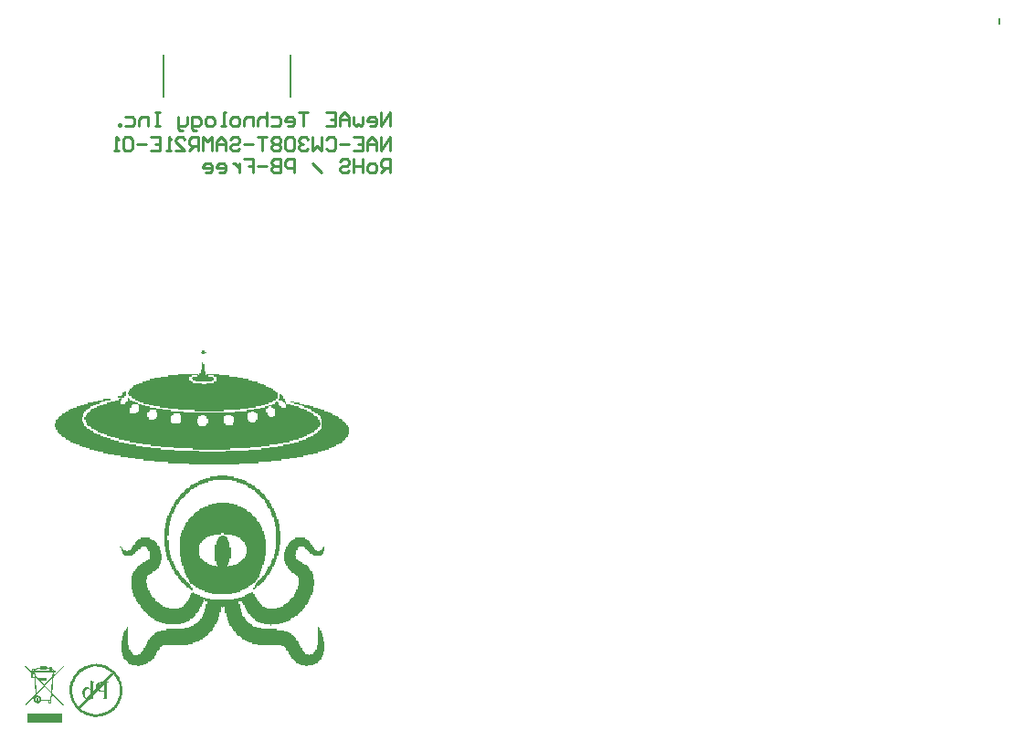
<source format=gbo>
G04 Layer_Color=32896*
%FSLAX25Y25*%
%MOIN*%
G70*
G01*
G75*
%ADD26C,0.01000*%
%ADD46C,0.00787*%
G36*
X139718Y125982D02*
Y125935D01*
Y125843D01*
Y125750D01*
Y125658D01*
Y125565D01*
Y125519D01*
Y125496D01*
Y125126D01*
Y124778D01*
Y124616D01*
Y124501D01*
Y124431D01*
Y124408D01*
Y123992D01*
Y123807D01*
Y123645D01*
Y123506D01*
Y123413D01*
Y123344D01*
Y123321D01*
Y123159D01*
Y123043D01*
Y122950D01*
Y122904D01*
Y122835D01*
X127061D01*
Y122858D01*
Y122904D01*
Y123089D01*
Y123251D01*
Y123298D01*
Y123321D01*
Y123691D01*
Y124038D01*
Y124200D01*
Y124316D01*
Y124385D01*
Y124408D01*
Y124825D01*
Y125010D01*
Y125172D01*
Y125311D01*
Y125403D01*
Y125473D01*
Y125496D01*
Y125658D01*
Y125797D01*
Y125889D01*
Y125935D01*
Y125982D01*
Y126005D01*
X139718D01*
Y125982D01*
D02*
G37*
G36*
X157343Y240560D02*
X155538D01*
Y240109D01*
X154184D01*
Y239658D01*
X153282D01*
Y239207D01*
X151928D01*
Y238755D01*
X151026D01*
Y238304D01*
X150123D01*
Y237853D01*
X149672D01*
Y237402D01*
X149221D01*
Y236950D01*
X148318D01*
Y236499D01*
X147867D01*
Y236048D01*
Y235597D01*
X147416D01*
Y235145D01*
Y234694D01*
Y234243D01*
X146965D01*
Y233792D01*
Y233340D01*
Y232889D01*
X147416D01*
Y232438D01*
Y231987D01*
X147867D01*
Y231535D01*
Y231084D01*
X148318D01*
Y230633D01*
X148769D01*
Y230182D01*
X149672D01*
Y229730D01*
X150123D01*
Y229279D01*
X151026D01*
Y228828D01*
X151477D01*
Y228377D01*
X152380D01*
Y227925D01*
X153733D01*
Y227474D01*
X154636D01*
Y227023D01*
X155990D01*
Y226572D01*
X157343D01*
Y226120D01*
X158697D01*
Y225669D01*
X160502D01*
Y225218D01*
X162307D01*
Y224767D01*
X164112D01*
Y224315D01*
X166820D01*
Y223864D01*
X169076D01*
Y223413D01*
X172234D01*
Y222962D01*
X175845D01*
Y222510D01*
X180808D01*
Y222059D01*
X189833D01*
Y221608D01*
X199309D01*
Y222059D01*
X207883D01*
Y222510D01*
X212396D01*
Y222962D01*
X215554D01*
Y223413D01*
X218262D01*
Y223864D01*
X220518D01*
Y224315D01*
X222774D01*
Y224767D01*
X224579D01*
Y225218D01*
X225933D01*
Y225669D01*
X227287D01*
Y226120D01*
X228641D01*
Y226572D01*
X229543D01*
Y227023D01*
X230446D01*
Y227474D01*
X231348D01*
Y227925D01*
X232251D01*
Y228377D01*
X232702D01*
Y228828D01*
X233153D01*
Y229279D01*
X233604D01*
Y229730D01*
X234056D01*
Y230182D01*
X234507D01*
Y230633D01*
Y231084D01*
Y231535D01*
Y231987D01*
Y232438D01*
Y232889D01*
Y233340D01*
Y233792D01*
X234056D01*
Y234243D01*
Y234694D01*
X233604D01*
Y235145D01*
X233153D01*
Y235597D01*
X232251D01*
Y236048D01*
X231799D01*
Y236499D01*
X230897D01*
Y236950D01*
X230446D01*
Y237402D01*
X229543D01*
Y237853D01*
X228189D01*
Y238304D01*
X227287D01*
Y238755D01*
X225933D01*
Y239207D01*
X224579D01*
Y239658D01*
X223226D01*
Y240109D01*
X224579D01*
Y239658D01*
X226384D01*
Y239207D01*
X228189D01*
Y238755D01*
X229994D01*
Y238304D01*
X231348D01*
Y237853D01*
X233153D01*
Y237402D01*
X234056D01*
Y236950D01*
X235409D01*
Y236499D01*
X236763D01*
Y236048D01*
X237666D01*
Y235597D01*
X238568D01*
Y235145D01*
X239471D01*
Y234694D01*
X240373D01*
Y234243D01*
X240824D01*
Y233792D01*
X241727D01*
Y233340D01*
X242178D01*
Y232889D01*
X242629D01*
Y232438D01*
X243081D01*
Y231987D01*
X243532D01*
Y231535D01*
X243983D01*
Y231084D01*
Y230633D01*
X244434D01*
Y230182D01*
Y229730D01*
Y229279D01*
Y228828D01*
Y228377D01*
Y227925D01*
X243983D01*
Y227474D01*
Y227023D01*
X243532D01*
Y226572D01*
X243081D01*
Y226120D01*
X242629D01*
Y225669D01*
X242178D01*
Y225218D01*
X241727D01*
Y224767D01*
X240824D01*
Y224315D01*
X239922D01*
Y223864D01*
X239019D01*
Y223413D01*
X238117D01*
Y222962D01*
X237214D01*
Y222510D01*
X235861D01*
Y222059D01*
X234507D01*
Y221608D01*
X233153D01*
Y221157D01*
X231348D01*
Y220705D01*
X229543D01*
Y220254D01*
X227738D01*
Y219803D01*
X225482D01*
Y219352D01*
X222774D01*
Y218900D01*
X219616D01*
Y218449D01*
X216006D01*
Y217998D01*
X211493D01*
Y217547D01*
X204273D01*
Y217095D01*
X186223D01*
Y217547D01*
X178552D01*
Y217998D01*
X173588D01*
Y218449D01*
X169527D01*
Y218900D01*
X166368D01*
Y219352D01*
X163661D01*
Y219803D01*
X160953D01*
Y220254D01*
X158697D01*
Y220705D01*
X156441D01*
Y221157D01*
X154636D01*
Y221608D01*
X152831D01*
Y222059D01*
X151477D01*
Y222510D01*
X149672D01*
Y222962D01*
X148318D01*
Y223413D01*
X146965D01*
Y223864D01*
X146062D01*
Y224315D01*
X144708D01*
Y224767D01*
X143806D01*
Y225218D01*
X142903D01*
Y225669D01*
X142001D01*
Y226120D01*
X141098D01*
Y226572D01*
X140647D01*
Y227023D01*
X139744D01*
Y227474D01*
X139293D01*
Y227925D01*
X138842D01*
Y228377D01*
X138391D01*
Y228828D01*
X137940D01*
Y229279D01*
Y229730D01*
X137488D01*
Y230182D01*
Y230633D01*
X137037D01*
Y231084D01*
Y231535D01*
Y231987D01*
X137488D01*
Y232438D01*
Y232889D01*
Y233340D01*
X137940D01*
Y233792D01*
X138391D01*
Y234243D01*
X138842D01*
Y234694D01*
X139293D01*
Y235145D01*
X139744D01*
Y235597D01*
X140647D01*
Y236048D01*
X141098D01*
Y236499D01*
X142001D01*
Y236950D01*
X142903D01*
Y237402D01*
X143806D01*
Y237853D01*
X145159D01*
Y238304D01*
X146513D01*
Y238755D01*
X147867D01*
Y239207D01*
X149221D01*
Y239658D01*
X151026D01*
Y240109D01*
X152831D01*
Y240560D01*
X154636D01*
Y241012D01*
X157343D01*
Y240560D01*
D02*
G37*
G36*
X163209Y243268D02*
Y242817D01*
Y242365D01*
Y241914D01*
X162307D01*
Y241463D01*
X161405D01*
Y241012D01*
Y240560D01*
X160953D01*
Y240109D01*
Y239658D01*
Y239207D01*
X162758D01*
Y239658D01*
X163209D01*
Y240109D01*
X163661D01*
Y240560D01*
Y241012D01*
Y241463D01*
X164112D01*
Y241012D01*
X164563D01*
Y240560D01*
X165466D01*
Y240109D01*
X166368D01*
Y239658D01*
X167271D01*
Y239207D01*
X168624D01*
Y238755D01*
X169978D01*
Y238304D01*
X171783D01*
Y237853D01*
X174039D01*
Y237402D01*
X176296D01*
Y236950D01*
X179454D01*
Y236499D01*
X183967D01*
Y236048D01*
X202919D01*
Y236499D01*
X206981D01*
Y236950D01*
X209688D01*
Y237402D01*
X211944D01*
Y237853D01*
X213749D01*
Y238304D01*
X215103D01*
Y237853D01*
X214652D01*
Y237402D01*
X214201D01*
Y236950D01*
Y236499D01*
Y236048D01*
X214652D01*
Y235597D01*
Y235145D01*
X215103D01*
Y234694D01*
X215554D01*
Y234243D01*
X216908D01*
Y234694D01*
X217359D01*
Y235145D01*
Y235597D01*
Y236048D01*
Y236499D01*
Y236950D01*
Y237402D01*
X216908D01*
Y237853D01*
X216006D01*
Y238304D01*
X215103D01*
Y238755D01*
X216457D01*
Y239207D01*
X217359D01*
Y239658D01*
X217811D01*
Y240109D01*
X218262D01*
Y239658D01*
X218713D01*
Y239207D01*
Y238755D01*
X219164D01*
Y238304D01*
X219616D01*
Y237853D01*
X221421D01*
Y238304D01*
Y238755D01*
Y239207D01*
X220969D01*
Y239658D01*
X220518D01*
Y240109D01*
X220067D01*
Y240560D01*
X218713D01*
Y241012D01*
X219164D01*
Y241463D01*
Y241914D01*
Y242365D01*
Y242817D01*
X219616D01*
Y242365D01*
X220067D01*
Y241914D01*
X220518D01*
Y241463D01*
Y241012D01*
X220969D01*
Y240560D01*
Y240109D01*
X221421D01*
Y239658D01*
Y239207D01*
X223226D01*
Y238755D01*
X224579D01*
Y238304D01*
X225933D01*
Y237853D01*
X226836D01*
Y237402D01*
X228189D01*
Y236950D01*
X229092D01*
Y236499D01*
X229994D01*
Y236048D01*
X230897D01*
Y235597D01*
X231348D01*
Y235145D01*
X231799D01*
Y234694D01*
X232702D01*
Y234243D01*
X233153D01*
Y233792D01*
Y233340D01*
X233604D01*
Y232889D01*
Y232438D01*
X234056D01*
Y231987D01*
Y231535D01*
X233604D01*
Y231084D01*
Y230633D01*
X233153D01*
Y230182D01*
X232702D01*
Y229730D01*
X232251D01*
Y229279D01*
X231799D01*
Y228828D01*
X230897D01*
Y228377D01*
X229994D01*
Y227925D01*
X229092D01*
Y227474D01*
X228189D01*
Y227023D01*
X227287D01*
Y226572D01*
X225933D01*
Y226120D01*
X224128D01*
Y225669D01*
X222774D01*
Y225218D01*
X220518D01*
Y224767D01*
X218262D01*
Y224315D01*
X215554D01*
Y223864D01*
X212396D01*
Y223413D01*
X208334D01*
Y222962D01*
X201114D01*
Y222510D01*
X187577D01*
Y222962D01*
X180357D01*
Y223413D01*
X175845D01*
Y223864D01*
X172234D01*
Y224315D01*
X169076D01*
Y224767D01*
X166820D01*
Y225218D01*
X164563D01*
Y225669D01*
X162307D01*
Y226120D01*
X160502D01*
Y226572D01*
X159148D01*
Y227023D01*
X157343D01*
Y227474D01*
X155990D01*
Y227925D01*
X155087D01*
Y228377D01*
X153733D01*
Y228828D01*
X152831D01*
Y229279D01*
X151928D01*
Y229730D01*
X151477D01*
Y230182D01*
X150575D01*
Y230633D01*
X150123D01*
Y231084D01*
X149221D01*
Y231535D01*
X148769D01*
Y231987D01*
Y232438D01*
X148318D01*
Y232889D01*
Y233340D01*
X147867D01*
Y233792D01*
Y234243D01*
X148318D01*
Y234694D01*
Y235145D01*
X148769D01*
Y235597D01*
X149221D01*
Y236048D01*
X149672D01*
Y236499D01*
X150123D01*
Y236950D01*
X150575D01*
Y237402D01*
X151477D01*
Y237853D01*
X152380D01*
Y238304D01*
X153282D01*
Y238755D01*
X154636D01*
Y239207D01*
X155990D01*
Y239658D01*
X157343D01*
Y240109D01*
X159148D01*
Y240560D01*
X160502D01*
Y241012D01*
X160953D01*
Y241463D01*
X160051D01*
Y241914D01*
X161405D01*
Y242365D01*
X161856D01*
Y242817D01*
Y243268D01*
X162307D01*
Y243719D01*
X163209D01*
Y243268D01*
D02*
G37*
G36*
X200079Y212565D02*
X202552D01*
Y212153D01*
X204201D01*
Y211741D01*
X205438D01*
Y211329D01*
X206262D01*
Y210916D01*
X207087D01*
Y210504D01*
X207911D01*
Y210092D01*
X208735D01*
Y209680D01*
X209148D01*
Y209268D01*
X209972D01*
Y208855D01*
X210384D01*
Y208443D01*
X210797D01*
Y208031D01*
X211621D01*
Y207619D01*
X212033D01*
Y207207D01*
X212445D01*
Y206794D01*
X212858D01*
Y206382D01*
X213270D01*
Y205970D01*
X213682D01*
Y205558D01*
X214094D01*
Y205145D01*
Y204733D01*
X214507D01*
Y204321D01*
X214919D01*
Y203909D01*
X215331D01*
Y203497D01*
Y203084D01*
X215743D01*
Y202672D01*
X216155D01*
Y202260D01*
Y201848D01*
X216568D01*
Y201435D01*
Y201023D01*
X216980D01*
Y200611D01*
Y200199D01*
X217392D01*
Y199787D01*
Y199374D01*
X217804D01*
Y198962D01*
Y198550D01*
Y198138D01*
X218216D01*
Y197725D01*
Y197313D01*
Y196901D01*
X218629D01*
Y196489D01*
Y196077D01*
Y195664D01*
Y195252D01*
X219041D01*
Y194840D01*
Y194428D01*
Y194016D01*
Y193603D01*
Y193191D01*
Y192779D01*
X219453D01*
Y192367D01*
Y191955D01*
Y191542D01*
Y191130D01*
Y190718D01*
Y190306D01*
Y189893D01*
Y189481D01*
Y189069D01*
Y188657D01*
Y188244D01*
Y187832D01*
X219041D01*
Y187420D01*
Y187008D01*
Y186596D01*
Y186183D01*
Y185771D01*
Y185359D01*
X218629D01*
Y184947D01*
Y184535D01*
Y184122D01*
Y183710D01*
X218216D01*
Y183298D01*
Y182886D01*
Y182474D01*
X217804D01*
Y182061D01*
Y181649D01*
Y181237D01*
X217392D01*
Y180825D01*
Y180412D01*
X216980D01*
Y180000D01*
Y179588D01*
X216568D01*
Y179176D01*
Y178763D01*
X216155D01*
Y178351D01*
Y177939D01*
X215743D01*
Y177527D01*
X215331D01*
Y177115D01*
Y176702D01*
X214919D01*
Y176290D01*
X214507D01*
Y175878D01*
X214094D01*
Y175466D01*
Y175054D01*
X213682D01*
Y174641D01*
X213270D01*
Y174229D01*
X212858D01*
Y173817D01*
X212445D01*
Y173405D01*
X212033D01*
Y172993D01*
X211621D01*
Y172580D01*
X210797D01*
Y172168D01*
X210384D01*
Y171756D01*
X209972D01*
Y171344D01*
X209560D01*
Y171756D01*
Y172168D01*
X209972D01*
Y172580D01*
Y172993D01*
X210384D01*
Y173405D01*
Y173817D01*
X210797D01*
Y174229D01*
X211209D01*
Y174641D01*
X211621D01*
Y175054D01*
X212033D01*
Y175466D01*
X212445D01*
Y175878D01*
X212858D01*
Y176290D01*
X213270D01*
Y176702D01*
X213682D01*
Y177115D01*
Y177527D01*
X214094D01*
Y177939D01*
X214507D01*
Y178351D01*
Y178763D01*
X214919D01*
Y179176D01*
Y179588D01*
X215331D01*
Y180000D01*
X215743D01*
Y180412D01*
Y180825D01*
X216155D01*
Y181237D01*
Y181649D01*
Y182061D01*
X216568D01*
Y182474D01*
Y182886D01*
X216980D01*
Y183298D01*
Y183710D01*
Y184122D01*
Y184535D01*
X217392D01*
Y184947D01*
Y185359D01*
Y185771D01*
Y186183D01*
X217804D01*
Y186596D01*
Y187008D01*
Y187420D01*
Y187832D01*
Y188244D01*
Y188657D01*
Y189069D01*
Y189481D01*
Y189893D01*
Y190306D01*
Y190718D01*
Y191130D01*
Y191542D01*
Y191955D01*
Y192367D01*
Y192779D01*
Y193191D01*
Y193603D01*
Y194016D01*
Y194428D01*
X217392D01*
Y194840D01*
Y195252D01*
Y195664D01*
Y196077D01*
X216980D01*
Y196489D01*
Y196901D01*
Y197313D01*
Y197725D01*
X216568D01*
Y198138D01*
Y198550D01*
X216155D01*
Y198962D01*
Y199374D01*
Y199787D01*
X215743D01*
Y200199D01*
Y200611D01*
X215331D01*
Y201023D01*
X214919D01*
Y201435D01*
Y201848D01*
X214507D01*
Y202260D01*
Y202672D01*
X214094D01*
Y203084D01*
X213682D01*
Y203497D01*
Y203909D01*
X213270D01*
Y204321D01*
X212858D01*
Y204733D01*
X212445D01*
Y205145D01*
X212033D01*
Y205558D01*
X211621D01*
Y205970D01*
X211209D01*
Y206382D01*
X210797D01*
Y206794D01*
X210384D01*
Y207207D01*
X209972D01*
Y207619D01*
X209148D01*
Y208031D01*
X208735D01*
Y208443D01*
X207911D01*
Y208855D01*
X207499D01*
Y209268D01*
X206674D01*
Y209680D01*
X205850D01*
Y210092D01*
X204613D01*
Y210504D01*
X203377D01*
Y210916D01*
X201728D01*
Y211329D01*
X194720D01*
Y210916D01*
X193071D01*
Y210504D01*
X191835D01*
Y210092D01*
X190598D01*
Y209680D01*
X189773D01*
Y209268D01*
X188949D01*
Y208855D01*
X188125D01*
Y208443D01*
X187712D01*
Y208031D01*
X186888D01*
Y207619D01*
X186476D01*
Y207207D01*
X186064D01*
Y206794D01*
X185651D01*
Y206382D01*
X185239D01*
Y205970D01*
X184827D01*
Y205558D01*
X184415D01*
Y205145D01*
X184002D01*
Y204733D01*
X183590D01*
Y204321D01*
X183178D01*
Y203909D01*
X182766D01*
Y203497D01*
X182354D01*
Y203084D01*
Y202672D01*
X181941D01*
Y202260D01*
X181529D01*
Y201848D01*
Y201435D01*
X181117D01*
Y201023D01*
Y200611D01*
X180705D01*
Y200199D01*
Y199787D01*
X180292D01*
Y199374D01*
Y198962D01*
X179880D01*
Y198550D01*
Y198138D01*
Y197725D01*
X179468D01*
Y197313D01*
Y196901D01*
Y196489D01*
X179056D01*
Y196077D01*
Y195664D01*
Y195252D01*
Y194840D01*
X178644D01*
Y194428D01*
Y194016D01*
Y193603D01*
Y193191D01*
Y192779D01*
Y192367D01*
Y191955D01*
Y191542D01*
Y191130D01*
X178231D01*
Y190718D01*
Y190306D01*
Y189893D01*
Y189481D01*
X178644D01*
Y189069D01*
Y188657D01*
Y188244D01*
Y187832D01*
Y187420D01*
Y187008D01*
Y186596D01*
Y186183D01*
Y185771D01*
X179056D01*
Y185359D01*
Y184947D01*
Y184535D01*
Y184122D01*
X179468D01*
Y183710D01*
Y183298D01*
Y182886D01*
X179880D01*
Y182474D01*
Y182061D01*
Y181649D01*
X180292D01*
Y181237D01*
Y180825D01*
X180705D01*
Y180412D01*
Y180000D01*
X181117D01*
Y179588D01*
Y179176D01*
X181529D01*
Y178763D01*
Y178351D01*
X181941D01*
Y177939D01*
X182354D01*
Y177527D01*
X182766D01*
Y177115D01*
Y176702D01*
X183178D01*
Y176290D01*
X183590D01*
Y175878D01*
X184002D01*
Y175466D01*
X184415D01*
Y175054D01*
X184827D01*
Y174641D01*
X185239D01*
Y174229D01*
X185651D01*
Y173817D01*
X186064D01*
Y173405D01*
X186476D01*
Y172993D01*
Y172580D01*
X186888D01*
Y172168D01*
X187300D01*
Y171756D01*
Y171344D01*
Y170931D01*
X186888D01*
Y171344D01*
X186476D01*
Y171756D01*
X186064D01*
Y172168D01*
X185239D01*
Y172580D01*
X184827D01*
Y172993D01*
X184415D01*
Y173405D01*
X184002D01*
Y173817D01*
X183590D01*
Y174229D01*
X183178D01*
Y174641D01*
X182766D01*
Y175054D01*
X182354D01*
Y175466D01*
X181941D01*
Y175878D01*
Y176290D01*
X181529D01*
Y176702D01*
X181117D01*
Y177115D01*
X180705D01*
Y177527D01*
Y177939D01*
X180292D01*
Y178351D01*
Y178763D01*
X179880D01*
Y179176D01*
Y179588D01*
X179468D01*
Y180000D01*
Y180412D01*
X179056D01*
Y180825D01*
Y181237D01*
X178644D01*
Y181649D01*
Y182061D01*
X178231D01*
Y182474D01*
Y182886D01*
Y183298D01*
X177819D01*
Y183710D01*
Y184122D01*
Y184535D01*
Y184947D01*
X177407D01*
Y185359D01*
Y185771D01*
Y186183D01*
Y186596D01*
Y187008D01*
X176995D01*
Y187420D01*
Y187832D01*
Y188244D01*
Y188657D01*
Y189069D01*
Y189481D01*
Y189893D01*
Y190306D01*
Y190718D01*
Y191130D01*
Y191542D01*
Y191955D01*
Y192367D01*
Y192779D01*
Y193191D01*
Y193603D01*
X177407D01*
Y194016D01*
Y194428D01*
Y194840D01*
Y195252D01*
Y195664D01*
X177819D01*
Y196077D01*
Y196489D01*
Y196901D01*
Y197313D01*
X178231D01*
Y197725D01*
Y198138D01*
Y198550D01*
X178644D01*
Y198962D01*
Y199374D01*
X179056D01*
Y199787D01*
Y200199D01*
X179468D01*
Y200611D01*
Y201023D01*
X179880D01*
Y201435D01*
Y201848D01*
X180292D01*
Y202260D01*
Y202672D01*
X180705D01*
Y203084D01*
Y203497D01*
X181117D01*
Y203909D01*
X181529D01*
Y204321D01*
X181941D01*
Y204733D01*
Y205145D01*
X182354D01*
Y205558D01*
X182766D01*
Y205970D01*
X183178D01*
Y206382D01*
X183590D01*
Y206794D01*
X184002D01*
Y207207D01*
X184415D01*
Y207619D01*
X184827D01*
Y208031D01*
X185239D01*
Y208443D01*
X186064D01*
Y208855D01*
X186476D01*
Y209268D01*
X186888D01*
Y209680D01*
X187712D01*
Y210092D01*
X188537D01*
Y210504D01*
X189361D01*
Y210916D01*
X190186D01*
Y211329D01*
X191010D01*
Y211741D01*
X192247D01*
Y212153D01*
X193896D01*
Y212565D01*
X196369D01*
Y212978D01*
X200079D01*
Y212565D01*
D02*
G37*
G36*
X140551Y143545D02*
X136641Y139472D01*
X136525Y138362D01*
X136270Y135701D01*
X136085Y133780D01*
X140273Y129453D01*
X139996Y129175D01*
X136039Y133224D01*
X135808Y130748D01*
X135692D01*
Y129800D01*
X134812D01*
Y130748D01*
X132082D01*
X131989Y130563D01*
X131851Y130378D01*
X131665Y130170D01*
X131411Y129985D01*
X131110Y129892D01*
X130832Y129869D01*
X130555D01*
X130346Y129939D01*
X130092Y130031D01*
X129884Y130170D01*
X129722Y130332D01*
X129560Y130563D01*
X129444Y130818D01*
X129375Y131049D01*
X129351Y131258D01*
X129375Y131489D01*
X129421Y131674D01*
X129490Y131859D01*
X129583Y132044D01*
X129699Y132206D01*
X129860Y132368D01*
X130046Y132484D01*
X130208Y132553D01*
X130184Y132762D01*
X126714Y129175D01*
X126436Y129476D01*
X130138Y133317D01*
X129837Y136672D01*
X129629Y139102D01*
X128518D01*
Y140652D01*
X128819D01*
X125996Y143545D01*
X126297Y143823D01*
X128935Y141092D01*
Y141300D01*
X128889Y141347D01*
X128819Y141393D01*
X128750Y141462D01*
X128680Y141532D01*
X128634Y141648D01*
X128611Y141740D01*
X128588Y141856D01*
X128611Y141995D01*
X128657Y142087D01*
X128750Y142249D01*
X128866Y142342D01*
X129027Y142411D01*
X129189Y142434D01*
X129351Y142411D01*
X129490Y142365D01*
X129606Y142295D01*
X129652Y142226D01*
X129768Y142318D01*
X129930Y142434D01*
X130138Y142527D01*
X130439Y142642D01*
X130763Y142735D01*
X131087Y142805D01*
X131434Y142874D01*
X131712Y142897D01*
Y143244D01*
X133933D01*
Y142943D01*
X134118D01*
X134396Y142920D01*
X134697Y142874D01*
X134998Y142828D01*
Y143013D01*
X135946D01*
Y142573D01*
X136062Y142504D01*
X136224Y142434D01*
X136386Y142342D01*
X136525Y142249D01*
X136664Y142133D01*
X136756Y142041D01*
X136802Y141971D01*
X136849Y141879D01*
X136826Y141717D01*
X137381D01*
Y140999D01*
X136779D01*
X136687Y140097D01*
X140273Y143823D01*
X140551Y143545D01*
D02*
G37*
G36*
X228522Y189893D02*
X228934D01*
Y189481D01*
X229759D01*
Y189069D01*
X230171D01*
Y188657D01*
Y188244D01*
X230583D01*
Y187832D01*
X230995D01*
Y187420D01*
Y187008D01*
X231407D01*
Y186596D01*
X231820D01*
Y186183D01*
X232232D01*
Y185771D01*
X232644D01*
Y185359D01*
X233881D01*
Y185771D01*
X234293D01*
Y186183D01*
X234705D01*
Y186596D01*
X235117D01*
Y187008D01*
X235530D01*
Y186596D01*
Y186183D01*
Y185771D01*
Y185359D01*
X235117D01*
Y184947D01*
Y184535D01*
X234705D01*
Y184122D01*
X234293D01*
Y183710D01*
X231407D01*
Y184122D01*
X230995D01*
Y184535D01*
X230171D01*
Y184947D01*
X229759D01*
Y185359D01*
X229346D01*
Y185771D01*
X228934D01*
Y186183D01*
X228522D01*
Y186596D01*
X228110D01*
Y187008D01*
X226049D01*
Y186596D01*
X225636D01*
Y186183D01*
Y185771D01*
X225224D01*
Y185359D01*
Y184947D01*
Y184535D01*
Y184122D01*
X224812D01*
Y183710D01*
X225224D01*
Y183298D01*
Y182886D01*
Y182474D01*
X225636D01*
Y182061D01*
X226049D01*
Y181649D01*
X226873D01*
Y181237D01*
X227285D01*
Y180825D01*
X228110D01*
Y180412D01*
X228934D01*
Y180000D01*
X229346D01*
Y179588D01*
X229759D01*
Y179176D01*
X230171D01*
Y178763D01*
Y178351D01*
X230583D01*
Y177939D01*
X230995D01*
Y177527D01*
Y177115D01*
X231407D01*
Y176702D01*
Y176290D01*
Y175878D01*
Y175466D01*
Y175054D01*
X231820D01*
Y174641D01*
Y174229D01*
Y173817D01*
Y173405D01*
Y172993D01*
Y172580D01*
X231407D01*
Y172168D01*
Y171756D01*
Y171344D01*
Y170931D01*
Y170519D01*
X230995D01*
Y170107D01*
Y169695D01*
Y169282D01*
X230583D01*
Y168870D01*
Y168458D01*
X230171D01*
Y168046D01*
Y167634D01*
X229759D01*
Y167221D01*
Y166809D01*
X229346D01*
Y166397D01*
Y165985D01*
X228934D01*
Y165573D01*
X228522D01*
Y165160D01*
Y164748D01*
X228110D01*
Y164336D01*
X227697D01*
Y163924D01*
X227285D01*
Y163512D01*
X226873D01*
Y163099D01*
X226461D01*
Y162687D01*
X226049D01*
Y162275D01*
X225636D01*
Y161863D01*
X224812D01*
Y161450D01*
X224400D01*
Y161038D01*
X223575D01*
Y160626D01*
X223163D01*
Y160214D01*
X222339D01*
Y159801D01*
X221514D01*
Y159389D01*
X220278D01*
Y158977D01*
X219041D01*
Y158565D01*
X216155D01*
Y158153D01*
X215743D01*
Y158565D01*
X213270D01*
Y158977D01*
X212033D01*
Y159389D01*
X211209D01*
Y159801D01*
X210384D01*
Y160214D01*
X209972D01*
Y160626D01*
X209560D01*
Y161038D01*
X209148D01*
Y161450D01*
X208735D01*
Y161863D01*
X208323D01*
Y162275D01*
X207911D01*
Y162687D01*
X207499D01*
Y163099D01*
Y163512D01*
X207087D01*
Y163924D01*
X206674D01*
Y164336D01*
Y164748D01*
X206262D01*
Y165160D01*
Y165573D01*
X205850D01*
Y165985D01*
Y166397D01*
X205438D01*
Y166809D01*
Y167221D01*
X204201D01*
Y166809D01*
Y166397D01*
Y165985D01*
X204613D01*
Y165573D01*
Y165160D01*
Y164748D01*
Y164336D01*
X205026D01*
Y163924D01*
Y163512D01*
Y163099D01*
X205438D01*
Y162687D01*
Y162275D01*
Y161863D01*
X205850D01*
Y161450D01*
X206262D01*
Y161038D01*
Y160626D01*
X206674D01*
Y160214D01*
X207087D01*
Y159801D01*
X207499D01*
Y159389D01*
X207911D01*
Y158977D01*
X208323D01*
Y158565D01*
X209148D01*
Y158153D01*
X209560D01*
Y157740D01*
X210797D01*
Y157328D01*
X212445D01*
Y156916D01*
X218216D01*
Y156504D01*
X220690D01*
Y156092D01*
X221926D01*
Y155679D01*
X222751D01*
Y155267D01*
X223575D01*
Y154855D01*
X223988D01*
Y154443D01*
X224400D01*
Y154031D01*
X224812D01*
Y153618D01*
X225224D01*
Y153206D01*
Y152794D01*
X225636D01*
Y152382D01*
X226049D01*
Y151969D01*
Y151557D01*
X226461D01*
Y151145D01*
Y150733D01*
X226873D01*
Y150320D01*
Y149908D01*
X227285D01*
Y149496D01*
Y149084D01*
X227697D01*
Y148672D01*
X228110D01*
Y148259D01*
X228522D01*
Y147847D01*
X229759D01*
Y147435D01*
X230171D01*
Y147847D01*
X231407D01*
Y148259D01*
X231820D01*
Y148672D01*
X232232D01*
Y149084D01*
Y149496D01*
X232644D01*
Y149908D01*
Y150320D01*
Y150733D01*
Y151145D01*
X233056D01*
Y151557D01*
Y151969D01*
Y152382D01*
Y152794D01*
Y153206D01*
Y153618D01*
Y154031D01*
Y154443D01*
Y154855D01*
Y155267D01*
Y155679D01*
Y156092D01*
Y156504D01*
Y156916D01*
Y157328D01*
Y157740D01*
X233469D01*
Y157328D01*
X233881D01*
Y156916D01*
Y156504D01*
X234293D01*
Y156092D01*
Y155679D01*
Y155267D01*
X234705D01*
Y154855D01*
Y154443D01*
Y154031D01*
X235117D01*
Y153618D01*
Y153206D01*
Y152794D01*
Y152382D01*
X235530D01*
Y151969D01*
Y151557D01*
Y151145D01*
Y150733D01*
Y150320D01*
Y149908D01*
Y149496D01*
Y149084D01*
Y148672D01*
X235117D01*
Y148259D01*
Y147847D01*
Y147435D01*
X234705D01*
Y147023D01*
Y146611D01*
X234293D01*
Y146198D01*
Y145786D01*
X233881D01*
Y145374D01*
X233469D01*
Y144962D01*
X233056D01*
Y144550D01*
X232232D01*
Y144137D01*
X231407D01*
Y143725D01*
X229346D01*
Y143313D01*
X228522D01*
Y143725D01*
X226873D01*
Y144137D01*
X226049D01*
Y144550D01*
X225224D01*
Y144962D01*
X224812D01*
Y145374D01*
X224400D01*
Y145786D01*
X223988D01*
Y146198D01*
X223575D01*
Y146611D01*
X223163D01*
Y147023D01*
Y147435D01*
X222751D01*
Y147847D01*
X222339D01*
Y148259D01*
Y148672D01*
X221926D01*
Y149084D01*
X221514D01*
Y149496D01*
Y149908D01*
X221102D01*
Y150320D01*
X220690D01*
Y150733D01*
X219865D01*
Y151145D01*
X211209D01*
Y151557D01*
X209148D01*
Y151969D01*
X207911D01*
Y152382D01*
X207087D01*
Y152794D01*
X206262D01*
Y153206D01*
X205438D01*
Y153618D01*
X205026D01*
Y154031D01*
X204613D01*
Y154443D01*
X203789D01*
Y154855D01*
X203377D01*
Y155267D01*
X202964D01*
Y155679D01*
Y156092D01*
X202552D01*
Y156504D01*
X202140D01*
Y156916D01*
X201728D01*
Y157328D01*
Y157740D01*
X201316D01*
Y158153D01*
X200903D01*
Y158565D01*
Y158977D01*
X200491D01*
Y159389D01*
Y159801D01*
Y160214D01*
X200079D01*
Y160626D01*
Y161038D01*
Y161450D01*
X199667D01*
Y161863D01*
Y162275D01*
Y162687D01*
X199255D01*
Y163099D01*
Y163512D01*
Y163924D01*
Y164336D01*
Y164748D01*
Y165160D01*
X198430D01*
Y164748D01*
X198018D01*
Y165160D01*
X197606D01*
Y164748D01*
Y164336D01*
Y163924D01*
Y163512D01*
Y163099D01*
X197193D01*
Y162687D01*
Y162275D01*
Y161863D01*
Y161450D01*
X196781D01*
Y161038D01*
Y160626D01*
Y160214D01*
X196369D01*
Y159801D01*
Y159389D01*
X195957D01*
Y158977D01*
Y158565D01*
X195545D01*
Y158153D01*
Y157740D01*
X195132D01*
Y157328D01*
X194720D01*
Y156916D01*
Y156504D01*
X194308D01*
Y156092D01*
X193896D01*
Y155679D01*
X193483D01*
Y155267D01*
X193071D01*
Y154855D01*
X192659D01*
Y154443D01*
X192247D01*
Y154031D01*
X191835D01*
Y153618D01*
X191010D01*
Y153206D01*
X190186D01*
Y152794D01*
X189773D01*
Y152382D01*
X188537D01*
Y151969D01*
X187300D01*
Y151557D01*
X185651D01*
Y151145D01*
X176583D01*
Y150733D01*
X176170D01*
Y150320D01*
X175346D01*
Y149908D01*
Y149496D01*
X174934D01*
Y149084D01*
X174521D01*
Y148672D01*
Y148259D01*
X174109D01*
Y147847D01*
Y147435D01*
X173697D01*
Y147023D01*
X173285D01*
Y146611D01*
Y146198D01*
X172873D01*
Y145786D01*
X172460D01*
Y145374D01*
X172048D01*
Y144962D01*
X171224D01*
Y144550D01*
X170399D01*
Y144137D01*
X169575D01*
Y143725D01*
X167926D01*
Y143313D01*
X167102D01*
Y143725D01*
X165040D01*
Y144137D01*
X164216D01*
Y144550D01*
X163804D01*
Y144962D01*
X163392D01*
Y145374D01*
X162979D01*
Y145786D01*
X162567D01*
Y146198D01*
X162155D01*
Y146611D01*
Y147023D01*
X161743D01*
Y147435D01*
Y147847D01*
Y148259D01*
X161330D01*
Y148672D01*
Y149084D01*
Y149496D01*
Y149908D01*
Y150320D01*
Y150733D01*
Y151145D01*
Y151557D01*
Y151969D01*
Y152382D01*
Y152794D01*
X161743D01*
Y153206D01*
Y153618D01*
Y154031D01*
Y154443D01*
X162155D01*
Y154855D01*
Y155267D01*
Y155679D01*
X162567D01*
Y156092D01*
Y156504D01*
X162979D01*
Y156916D01*
X163392D01*
Y157328D01*
Y157740D01*
X163804D01*
Y157328D01*
Y156916D01*
Y156504D01*
Y156092D01*
Y155679D01*
Y155267D01*
Y154855D01*
Y154443D01*
Y154031D01*
Y153618D01*
Y153206D01*
Y152794D01*
Y152382D01*
Y151969D01*
Y151557D01*
Y151145D01*
X164216D01*
Y150733D01*
Y150320D01*
Y149908D01*
Y149496D01*
X164628D01*
Y149084D01*
Y148672D01*
X165040D01*
Y148259D01*
X165453D01*
Y147847D01*
X165865D01*
Y147435D01*
X167514D01*
Y147847D01*
X168338D01*
Y148259D01*
X168750D01*
Y148672D01*
X169163D01*
Y149084D01*
X169575D01*
Y149496D01*
Y149908D01*
X169987D01*
Y150320D01*
Y150733D01*
X170399D01*
Y151145D01*
Y151557D01*
X170811D01*
Y151969D01*
Y152382D01*
X171224D01*
Y152794D01*
Y153206D01*
X171636D01*
Y153618D01*
X172048D01*
Y154031D01*
X172460D01*
Y154443D01*
X172873D01*
Y154855D01*
X173285D01*
Y155267D01*
X173697D01*
Y155679D01*
X174521D01*
Y156092D01*
X175758D01*
Y156504D01*
X177819D01*
Y156916D01*
X184415D01*
Y157328D01*
X186064D01*
Y157740D01*
X186888D01*
Y158153D01*
X187712D01*
Y158565D01*
X188537D01*
Y158977D01*
X188949D01*
Y159389D01*
X189361D01*
Y159801D01*
X189773D01*
Y160214D01*
X190186D01*
Y160626D01*
X190598D01*
Y161038D01*
Y161450D01*
X191010D01*
Y161863D01*
Y162275D01*
X191422D01*
Y162687D01*
Y163099D01*
X191835D01*
Y163512D01*
Y163924D01*
Y164336D01*
X192247D01*
Y164748D01*
Y165160D01*
Y165573D01*
Y165985D01*
X192659D01*
Y166397D01*
Y166809D01*
Y167221D01*
X191835D01*
Y167634D01*
X191422D01*
Y167221D01*
Y166809D01*
X191010D01*
Y166397D01*
Y165985D01*
X190598D01*
Y165573D01*
Y165160D01*
X190186D01*
Y164748D01*
Y164336D01*
X189773D01*
Y163924D01*
Y163512D01*
X189361D01*
Y163099D01*
X188949D01*
Y162687D01*
X188537D01*
Y162275D01*
Y161863D01*
X188125D01*
Y161450D01*
X187712D01*
Y161038D01*
X187300D01*
Y160626D01*
X186476D01*
Y160214D01*
X186064D01*
Y159801D01*
X185239D01*
Y159389D01*
X184415D01*
Y158977D01*
X183178D01*
Y158565D01*
X177407D01*
Y158977D01*
X176170D01*
Y159389D01*
X174934D01*
Y159801D01*
X174109D01*
Y160214D01*
X173285D01*
Y160626D01*
X172873D01*
Y161038D01*
X172048D01*
Y161450D01*
X171636D01*
Y161863D01*
X171224D01*
Y162275D01*
X170811D01*
Y162687D01*
X170399D01*
Y163099D01*
X169987D01*
Y163512D01*
X169575D01*
Y163924D01*
X169163D01*
Y164336D01*
X168750D01*
Y164748D01*
X168338D01*
Y165160D01*
Y165573D01*
X167926D01*
Y165985D01*
X167514D01*
Y166397D01*
Y166809D01*
X167102D01*
Y167221D01*
X166689D01*
Y167634D01*
Y168046D01*
X166277D01*
Y168458D01*
Y168870D01*
X165865D01*
Y169282D01*
Y169695D01*
Y170107D01*
X165453D01*
Y170519D01*
Y170931D01*
Y171344D01*
X165040D01*
Y171756D01*
Y172168D01*
Y172580D01*
Y172993D01*
Y173405D01*
Y173817D01*
Y174229D01*
Y174641D01*
Y175054D01*
Y175466D01*
Y175878D01*
Y176290D01*
X165453D01*
Y176702D01*
Y177115D01*
Y177527D01*
X165865D01*
Y177939D01*
X166277D01*
Y178351D01*
Y178763D01*
X166689D01*
Y179176D01*
X167102D01*
Y179588D01*
X167514D01*
Y180000D01*
X167926D01*
Y180412D01*
X168338D01*
Y180825D01*
X169163D01*
Y181237D01*
X169987D01*
Y181649D01*
X170399D01*
Y182061D01*
X171224D01*
Y182474D01*
X171636D01*
Y182886D01*
Y183298D01*
Y183710D01*
Y184122D01*
Y184535D01*
Y184947D01*
Y185359D01*
X171224D01*
Y185771D01*
Y186183D01*
X170811D01*
Y186596D01*
X170399D01*
Y187008D01*
X168750D01*
Y186596D01*
X168338D01*
Y186183D01*
X167514D01*
Y185771D01*
Y185359D01*
X166689D01*
Y184947D01*
X166277D01*
Y184535D01*
X165865D01*
Y184122D01*
X165453D01*
Y183710D01*
X162567D01*
Y184122D01*
X162155D01*
Y184535D01*
X161743D01*
Y184947D01*
Y185359D01*
X161330D01*
Y185771D01*
Y186183D01*
Y186596D01*
X160918D01*
Y187008D01*
X161330D01*
Y186596D01*
X161743D01*
Y186183D01*
X162155D01*
Y185771D01*
X162979D01*
Y185359D01*
X163804D01*
Y185771D01*
X164628D01*
Y186183D01*
X165040D01*
Y186596D01*
X165453D01*
Y187008D01*
Y187420D01*
X165865D01*
Y187832D01*
X166277D01*
Y188244D01*
Y188657D01*
X166689D01*
Y189069D01*
X167102D01*
Y189481D01*
X167514D01*
Y189893D01*
X168338D01*
Y190306D01*
X171636D01*
Y189893D01*
X172460D01*
Y189481D01*
X173285D01*
Y189069D01*
X173697D01*
Y188657D01*
X174109D01*
Y188244D01*
X174521D01*
Y187832D01*
Y187420D01*
X174934D01*
Y187008D01*
X175346D01*
Y186596D01*
Y186183D01*
Y185771D01*
X175758D01*
Y185359D01*
Y184947D01*
Y184535D01*
X176170D01*
Y184122D01*
Y183710D01*
Y183298D01*
Y182886D01*
Y182474D01*
Y182061D01*
X175758D01*
Y181649D01*
Y181237D01*
Y180825D01*
X175346D01*
Y180412D01*
Y180000D01*
X174934D01*
Y179588D01*
Y179176D01*
X174521D01*
Y178763D01*
X174109D01*
Y178351D01*
X173697D01*
Y177939D01*
X172873D01*
Y177527D01*
X172460D01*
Y177115D01*
X171636D01*
Y176702D01*
X171224D01*
Y176290D01*
X170811D01*
Y175878D01*
Y175466D01*
Y175054D01*
X170399D01*
Y174641D01*
Y174229D01*
Y173817D01*
X170811D01*
Y173405D01*
Y172993D01*
Y172580D01*
Y172168D01*
X171224D01*
Y171756D01*
Y171344D01*
Y170931D01*
X171636D01*
Y170519D01*
Y170107D01*
X172048D01*
Y169695D01*
Y169282D01*
X172460D01*
Y168870D01*
X172873D01*
Y168458D01*
X173285D01*
Y168046D01*
X173697D01*
Y167634D01*
Y167221D01*
X174521D01*
Y166809D01*
X174934D01*
Y166397D01*
X175346D01*
Y165985D01*
X175758D01*
Y165573D01*
X176583D01*
Y165160D01*
X177407D01*
Y164748D01*
X178644D01*
Y164336D01*
X182354D01*
Y164748D01*
X183590D01*
Y165160D01*
X184002D01*
Y165573D01*
X184415D01*
Y165985D01*
X184827D01*
Y166397D01*
X185239D01*
Y166809D01*
Y167221D01*
X185651D01*
Y167634D01*
X186064D01*
Y168046D01*
Y168458D01*
X186476D01*
Y168870D01*
Y169282D01*
X186888D01*
Y169695D01*
Y170107D01*
X187300D01*
Y170519D01*
X187712D01*
Y170107D01*
X188125D01*
Y169695D01*
X188949D01*
Y169282D01*
X190186D01*
Y168870D01*
X191010D01*
Y168458D01*
X192247D01*
Y168046D01*
X193896D01*
Y167634D01*
X202552D01*
Y168046D01*
X204201D01*
Y168458D01*
X205438D01*
Y168870D01*
X206262D01*
Y169282D01*
X207087D01*
Y169695D01*
X207911D01*
Y170107D01*
X208735D01*
Y170519D01*
X209560D01*
Y170107D01*
Y169695D01*
X209972D01*
Y169282D01*
Y168870D01*
X210384D01*
Y168458D01*
X210797D01*
Y168046D01*
Y167634D01*
X211209D01*
Y167221D01*
X211621D01*
Y166809D01*
Y166397D01*
X212033D01*
Y165985D01*
X212445D01*
Y165573D01*
X212858D01*
Y165160D01*
X213682D01*
Y164748D01*
X214507D01*
Y164336D01*
X218216D01*
Y164748D01*
X219453D01*
Y165160D01*
X220278D01*
Y165573D01*
X220690D01*
Y165985D01*
X221514D01*
Y166397D01*
X221926D01*
Y166809D01*
X222339D01*
Y167221D01*
X222751D01*
Y167634D01*
X223163D01*
Y168046D01*
X223575D01*
Y168458D01*
X223988D01*
Y168870D01*
X224400D01*
Y169282D01*
Y169695D01*
X224812D01*
Y170107D01*
Y170519D01*
X225224D01*
Y170931D01*
Y171344D01*
X225636D01*
Y171756D01*
Y172168D01*
Y172580D01*
X226049D01*
Y172993D01*
Y173405D01*
Y173817D01*
Y174229D01*
Y174641D01*
Y175054D01*
Y175466D01*
Y175878D01*
X225636D01*
Y176290D01*
X225224D01*
Y176702D01*
X224812D01*
Y177115D01*
X224400D01*
Y177527D01*
X223575D01*
Y177939D01*
X223163D01*
Y178351D01*
X222751D01*
Y178763D01*
X222339D01*
Y179176D01*
X221926D01*
Y179588D01*
Y180000D01*
X221514D01*
Y180412D01*
Y180825D01*
X221102D01*
Y181237D01*
Y181649D01*
X220690D01*
Y182061D01*
Y182474D01*
Y182886D01*
Y183298D01*
Y183710D01*
Y184122D01*
Y184535D01*
Y184947D01*
X221102D01*
Y185359D01*
Y185771D01*
Y186183D01*
X221514D01*
Y186596D01*
Y187008D01*
X221926D01*
Y187420D01*
Y187832D01*
X222339D01*
Y188244D01*
X222751D01*
Y188657D01*
X223163D01*
Y189069D01*
X223575D01*
Y189481D01*
X223988D01*
Y189893D01*
X224812D01*
Y190306D01*
X228522D01*
Y189893D01*
D02*
G37*
G36*
X200903Y202672D02*
X202552D01*
Y202260D01*
X203789D01*
Y201848D01*
X205026D01*
Y201435D01*
X205850D01*
Y201023D01*
X206262D01*
Y200611D01*
X207087D01*
Y200199D01*
X207499D01*
Y199787D01*
X208323D01*
Y199374D01*
X208735D01*
Y198962D01*
X209148D01*
Y198550D01*
X209560D01*
Y198138D01*
X209972D01*
Y197725D01*
X210384D01*
Y197313D01*
X210797D01*
Y196901D01*
Y196489D01*
X211209D01*
Y196077D01*
X211621D01*
Y195664D01*
Y195252D01*
X212033D01*
Y194840D01*
X212445D01*
Y194428D01*
Y194016D01*
X212858D01*
Y193603D01*
Y193191D01*
Y192779D01*
X213270D01*
Y192367D01*
Y191955D01*
Y191542D01*
X213682D01*
Y191130D01*
Y190718D01*
Y190306D01*
Y189893D01*
X214094D01*
Y189481D01*
Y189069D01*
Y188657D01*
Y188244D01*
Y187832D01*
Y187420D01*
Y187008D01*
Y186596D01*
Y186183D01*
Y185771D01*
Y185359D01*
Y184947D01*
Y184535D01*
Y184122D01*
Y183710D01*
X213682D01*
Y183298D01*
Y182886D01*
Y182474D01*
Y182061D01*
Y181649D01*
X213270D01*
Y181237D01*
Y180825D01*
Y180412D01*
X212858D01*
Y180000D01*
Y179588D01*
Y179176D01*
X212445D01*
Y178763D01*
Y178351D01*
Y177939D01*
X212033D01*
Y177527D01*
Y177115D01*
X211621D01*
Y176702D01*
Y176290D01*
Y175878D01*
X211209D01*
Y175466D01*
Y175054D01*
X210797D01*
Y174641D01*
X210384D01*
Y174229D01*
X209972D01*
Y173817D01*
X209560D01*
Y173405D01*
X209148D01*
Y172993D01*
X208323D01*
Y172580D01*
X207911D01*
Y172168D01*
X207087D01*
Y171756D01*
X206262D01*
Y171344D01*
X205438D01*
Y170931D01*
X204613D01*
Y170519D01*
X203377D01*
Y170107D01*
X201728D01*
Y169695D01*
X194308D01*
Y170107D01*
X193071D01*
Y170519D01*
X191835D01*
Y170931D01*
X190598D01*
Y171344D01*
X189773D01*
Y171756D01*
X189361D01*
Y172168D01*
X188537D01*
Y172580D01*
X187712D01*
Y172993D01*
X187300D01*
Y173405D01*
X186476D01*
Y173817D01*
Y174229D01*
X186064D01*
Y174641D01*
Y175054D01*
X185651D01*
Y175466D01*
Y175878D01*
X185239D01*
Y176290D01*
Y176702D01*
X184827D01*
Y177115D01*
Y177527D01*
X184415D01*
Y177939D01*
Y178351D01*
Y178763D01*
X184002D01*
Y179176D01*
Y179588D01*
Y180000D01*
X183590D01*
Y180412D01*
Y180825D01*
Y181237D01*
X183178D01*
Y181649D01*
Y182061D01*
Y182474D01*
Y182886D01*
Y183298D01*
X182766D01*
Y183710D01*
Y184122D01*
Y184535D01*
Y184947D01*
Y185359D01*
Y185771D01*
Y186183D01*
Y186596D01*
Y187008D01*
Y187420D01*
Y187832D01*
Y188244D01*
Y188657D01*
Y189069D01*
Y189481D01*
Y189893D01*
Y190306D01*
Y190718D01*
X183178D01*
Y191130D01*
Y191542D01*
Y191955D01*
X183590D01*
Y192367D01*
Y192779D01*
Y193191D01*
X184002D01*
Y193603D01*
Y194016D01*
X184415D01*
Y194428D01*
Y194840D01*
X184827D01*
Y195252D01*
Y195664D01*
X185239D01*
Y196077D01*
X185651D01*
Y196489D01*
Y196901D01*
X186064D01*
Y197313D01*
X186476D01*
Y197725D01*
X186888D01*
Y198138D01*
X187300D01*
Y198550D01*
X187712D01*
Y198962D01*
X188125D01*
Y199374D01*
X188537D01*
Y199787D01*
X188949D01*
Y200199D01*
X189773D01*
Y200611D01*
X190186D01*
Y201023D01*
X191010D01*
Y201435D01*
X191835D01*
Y201848D01*
X193071D01*
Y202260D01*
X194308D01*
Y202672D01*
X195957D01*
Y203084D01*
X200903D01*
Y202672D01*
D02*
G37*
G36*
X191187Y254098D02*
Y253646D01*
X191638D01*
Y253195D01*
Y252744D01*
Y252293D01*
Y251842D01*
Y251390D01*
Y250939D01*
X192089D01*
Y250488D01*
Y250037D01*
Y249585D01*
X192541D01*
Y250037D01*
X197053D01*
Y249585D01*
X200663D01*
Y249134D01*
X203822D01*
Y248683D01*
X205627D01*
Y248232D01*
X207883D01*
Y247780D01*
X209237D01*
Y247329D01*
X211042D01*
Y246878D01*
X211944D01*
Y246427D01*
X213298D01*
Y245975D01*
X214201D01*
Y245524D01*
X215103D01*
Y245073D01*
X216006D01*
Y244622D01*
X216908D01*
Y244170D01*
X217359D01*
Y243719D01*
X217811D01*
Y243268D01*
X218262D01*
Y242817D01*
Y242365D01*
Y241914D01*
Y241463D01*
Y241012D01*
X217811D01*
Y240560D01*
X216908D01*
Y240109D01*
X216457D01*
Y239658D01*
X215103D01*
Y239207D01*
X213749D01*
Y238755D01*
X212396D01*
Y238304D01*
X210591D01*
Y237853D01*
X207883D01*
Y237402D01*
X204724D01*
Y236950D01*
X198858D01*
Y236499D01*
X188028D01*
Y236950D01*
X182162D01*
Y237402D01*
X178552D01*
Y237853D01*
X175393D01*
Y238304D01*
X173137D01*
Y238755D01*
X171332D01*
Y239207D01*
X169527D01*
Y239658D01*
X168173D01*
Y240109D01*
X167271D01*
Y240560D01*
X166368D01*
Y241012D01*
X165466D01*
Y241463D01*
X165015D01*
Y241914D01*
X164112D01*
Y242365D01*
Y242817D01*
X163661D01*
Y243268D01*
X164112D01*
Y243719D01*
Y244170D01*
X164563D01*
Y244622D01*
X165015D01*
Y245073D01*
X165466D01*
Y245524D01*
X165917D01*
Y245975D01*
X166820D01*
Y246427D01*
X167722D01*
Y246878D01*
X169076D01*
Y247329D01*
X170429D01*
Y247780D01*
X171783D01*
Y248232D01*
X173588D01*
Y248683D01*
X175845D01*
Y249134D01*
X178552D01*
Y249585D01*
X182162D01*
Y250037D01*
X189382D01*
Y249585D01*
X189833D01*
Y250037D01*
Y250488D01*
X190284D01*
Y250939D01*
Y251390D01*
Y251842D01*
X190736D01*
Y252293D01*
Y252744D01*
Y253195D01*
Y253646D01*
Y254098D01*
Y254549D01*
X191187D01*
Y254098D01*
D02*
G37*
G36*
X152879Y144215D02*
X153596Y144123D01*
X154267Y143984D01*
X154915Y143798D01*
X155517Y143590D01*
X156072Y143336D01*
X156605Y143081D01*
X157067Y142827D01*
X157507Y142549D01*
X157877Y142294D01*
X158201Y142063D01*
X158479Y141832D01*
X158710Y141647D01*
X158849Y141508D01*
X158965Y141415D01*
X158988Y141392D01*
X159474Y140837D01*
X159914Y140281D01*
X160307Y139703D01*
X160608Y139124D01*
X160885Y138546D01*
X161117Y137967D01*
X161302Y137435D01*
X161464Y136903D01*
X161580Y136417D01*
X161672Y135954D01*
X161718Y135561D01*
X161765Y135214D01*
X161788Y134936D01*
X161811Y134728D01*
Y134589D01*
Y134566D01*
Y134543D01*
X161788Y133802D01*
X161695Y133108D01*
X161556Y132414D01*
X161371Y131789D01*
X161163Y131187D01*
X160909Y130609D01*
X160654Y130100D01*
X160399Y129614D01*
X160145Y129197D01*
X159890Y128804D01*
X159636Y128480D01*
X159428Y128202D01*
X159242Y127994D01*
X159104Y127832D01*
X159011Y127716D01*
X158988Y127693D01*
X158456Y127207D01*
X157877Y126768D01*
X157299Y126374D01*
X156720Y126073D01*
X156142Y125796D01*
X155586Y125564D01*
X155031Y125379D01*
X154499Y125217D01*
X154013Y125101D01*
X153550Y125009D01*
X153157Y124963D01*
X152810Y124916D01*
X152532Y124893D01*
X152324Y124870D01*
X152138D01*
X151398Y124893D01*
X150704Y124986D01*
X150033Y125125D01*
X149385Y125310D01*
X148783Y125518D01*
X148228Y125773D01*
X147696Y126027D01*
X147233Y126281D01*
X146793Y126536D01*
X146423Y126791D01*
X146099Y127045D01*
X145821Y127253D01*
X145590Y127438D01*
X145451Y127577D01*
X145335Y127670D01*
X145312Y127693D01*
X144803Y128248D01*
X144363Y128804D01*
X143993Y129382D01*
X143669Y129961D01*
X143392Y130539D01*
X143160Y131118D01*
X142975Y131673D01*
X142813Y132182D01*
X142697Y132668D01*
X142605Y133131D01*
X142559Y133524D01*
X142512Y133871D01*
X142489Y134149D01*
X142466Y134357D01*
Y134496D01*
Y134543D01*
X142489Y135283D01*
X142582Y135977D01*
X142720Y136671D01*
X142906Y137296D01*
X143114Y137898D01*
X143368Y138476D01*
X143623Y138985D01*
X143877Y139471D01*
X144155Y139911D01*
X144410Y140281D01*
X144641Y140605D01*
X144872Y140883D01*
X145058Y141114D01*
X145196Y141253D01*
X145289Y141369D01*
X145312Y141392D01*
X145844Y141901D01*
X146423Y142341D01*
X146978Y142711D01*
X147580Y143035D01*
X148135Y143313D01*
X148714Y143544D01*
X149269Y143729D01*
X149778Y143891D01*
X150264Y144007D01*
X150727Y144099D01*
X151120Y144146D01*
X151467Y144192D01*
X151745Y144215D01*
X151953Y144238D01*
X152138D01*
X152879Y144215D01*
D02*
G37*
G36*
X482066Y379424D02*
Y378624D01*
Y377824D01*
X481266D01*
Y378624D01*
Y379424D01*
Y380224D01*
X482066D01*
Y379424D01*
D02*
G37*
G36*
X191638Y258159D02*
X192541D01*
Y257708D01*
X191638D01*
Y257257D01*
X190736D01*
Y257708D01*
X190284D01*
Y258159D01*
X190736D01*
Y258610D01*
X191638D01*
Y258159D01*
D02*
G37*
%LPC*%
G36*
X201566Y235145D02*
X199309D01*
Y234694D01*
X198858D01*
Y234243D01*
Y233792D01*
Y233340D01*
Y232889D01*
Y232438D01*
Y231987D01*
X199309D01*
Y231535D01*
X202017D01*
Y231987D01*
Y232438D01*
X202468D01*
Y232889D01*
Y233340D01*
Y233792D01*
Y234243D01*
X202017D01*
Y234694D01*
X201566D01*
Y235145D01*
D02*
G37*
G36*
X182613Y235597D02*
X180357D01*
Y235145D01*
X179906D01*
Y234694D01*
X179454D01*
Y234243D01*
Y233792D01*
Y233340D01*
Y232889D01*
Y232438D01*
X179906D01*
Y231987D01*
X182613D01*
Y232438D01*
X183064D01*
Y232889D01*
Y233340D01*
Y233792D01*
Y234243D01*
Y234694D01*
Y235145D01*
X182613D01*
Y235597D01*
D02*
G37*
G36*
X191638Y235145D02*
X190284D01*
Y234694D01*
X189382D01*
Y234243D01*
Y233792D01*
X188931D01*
Y233340D01*
Y232889D01*
Y232438D01*
Y231987D01*
X189382D01*
Y231535D01*
X189833D01*
Y231084D01*
X192089D01*
Y231535D01*
X192541D01*
Y231987D01*
X192992D01*
Y232438D01*
Y232889D01*
Y233340D01*
Y233792D01*
X192541D01*
Y234243D01*
Y234694D01*
X191638D01*
Y235145D01*
D02*
G37*
G36*
X167271Y239207D02*
X165466D01*
Y238755D01*
X165015D01*
Y238304D01*
Y237853D01*
X164563D01*
Y237402D01*
Y236950D01*
Y236499D01*
Y236048D01*
Y235597D01*
X166820D01*
Y236048D01*
X167271D01*
Y236499D01*
X167722D01*
Y236950D01*
Y237402D01*
Y237853D01*
Y238304D01*
Y238755D01*
X167271D01*
Y239207D01*
D02*
G37*
G36*
X209688Y236499D02*
X208786D01*
Y236048D01*
X207883D01*
Y235597D01*
X207432D01*
Y235145D01*
Y234694D01*
Y234243D01*
Y233792D01*
Y233340D01*
X207883D01*
Y232889D01*
X208334D01*
Y232438D01*
X210139D01*
Y232889D01*
X210591D01*
Y233340D01*
X211042D01*
Y233792D01*
Y234243D01*
Y234694D01*
Y235145D01*
Y235597D01*
X210591D01*
Y236048D01*
X209688D01*
Y236499D01*
D02*
G37*
G36*
X174039Y236950D02*
X171783D01*
Y236499D01*
X171332D01*
Y236048D01*
X170881D01*
Y235597D01*
Y235145D01*
Y234694D01*
Y234243D01*
X171332D01*
Y233792D01*
Y233340D01*
X173588D01*
Y233792D01*
X174039D01*
Y234243D01*
X174491D01*
Y234694D01*
Y235145D01*
Y235597D01*
Y236048D01*
X174039D01*
Y236499D01*
Y236950D01*
D02*
G37*
G36*
X130092Y139333D02*
Y139102D01*
X130046D01*
X130508Y133710D01*
X133031Y136325D01*
X131411Y137991D01*
X131064D01*
Y138338D01*
X130092Y139333D01*
D02*
G37*
G36*
X133308Y136024D02*
X130555Y133178D01*
X130601Y132669D01*
X130786Y132692D01*
X130994Y132669D01*
X131249Y132600D01*
X131503Y132484D01*
X131689Y132345D01*
X131851Y132183D01*
X132012Y131952D01*
X132128Y131674D01*
X132198Y131373D01*
X132175Y131165D01*
X135437D01*
X135669Y133595D01*
X133308Y136024D01*
D02*
G37*
G36*
X130902Y131975D02*
X130786D01*
X130555Y131952D01*
X130393Y131859D01*
X130254Y131767D01*
X130184Y131628D01*
X130138Y131512D01*
X130092Y131396D01*
Y131304D01*
Y131281D01*
X130115Y131049D01*
X130208Y130887D01*
X130300Y130748D01*
X130439Y130679D01*
X130555Y130633D01*
X130670Y130610D01*
X130763Y130587D01*
X130786D01*
X131017Y130610D01*
X131179Y130702D01*
X131318Y130818D01*
X131388Y130934D01*
X131434Y131072D01*
X131457Y131165D01*
X131480Y131258D01*
Y131281D01*
X131457Y131512D01*
X131365Y131674D01*
X131249Y131813D01*
X131133Y131882D01*
X130994Y131929D01*
X130902Y131975D01*
D02*
G37*
G36*
X136363Y140999D02*
X129884D01*
X129930Y140652D01*
X130092D01*
Y139912D01*
X131064Y138917D01*
X133979D01*
Y137991D01*
X131966D01*
X133308Y136603D01*
X136247Y139657D01*
X136363Y140999D01*
D02*
G37*
G36*
X136178Y139009D02*
X133586Y136325D01*
X135715Y134127D01*
X136178Y139009D01*
D02*
G37*
G36*
X135298Y130748D02*
X135206D01*
Y130193D01*
X135298D01*
Y130748D01*
D02*
G37*
G36*
X133586Y138524D02*
X131503D01*
Y138385D01*
X133586D01*
Y138524D01*
D02*
G37*
G36*
X135946Y142110D02*
Y141717D01*
X136432D01*
Y141786D01*
X136317Y141902D01*
X136178Y141995D01*
X135946Y142110D01*
D02*
G37*
G36*
X129236Y142041D02*
X129213D01*
X129097Y142018D01*
X129027Y141948D01*
X129004Y141856D01*
Y141833D01*
X129027Y141717D01*
X129097Y141671D01*
X129189Y141648D01*
X129213D01*
X129328Y141671D01*
X129375Y141740D01*
X129398Y141809D01*
Y141833D01*
X129375Y141948D01*
X129305Y142018D01*
X129236Y142041D01*
D02*
G37*
G36*
X129699Y140259D02*
X128935D01*
Y139496D01*
X129699D01*
Y140259D01*
D02*
G37*
G36*
X135553Y142619D02*
X135391D01*
Y142087D01*
X135553D01*
Y142619D01*
D02*
G37*
G36*
X133933Y142527D02*
Y142226D01*
X131712D01*
Y142481D01*
X131249Y142411D01*
X130832Y142318D01*
X130485Y142226D01*
X130208Y142087D01*
X129999Y141971D01*
X129837Y141809D01*
Y141717D01*
X134998D01*
Y142388D01*
X134674Y142457D01*
X134327Y142504D01*
X133933Y142527D01*
D02*
G37*
G36*
X133517Y142851D02*
X132105D01*
Y142619D01*
X133517D01*
Y142851D01*
D02*
G37*
%LPD*%
G36*
X130948Y131720D02*
X131064Y131674D01*
X131133Y131605D01*
X131179Y131512D01*
X131249Y131350D01*
Y131304D01*
Y131281D01*
X131226Y131119D01*
X131179Y131003D01*
X131110Y130934D01*
X131017Y130887D01*
X130856Y130818D01*
X130786D01*
X130624Y130841D01*
X130508Y130887D01*
X130439Y130957D01*
X130370Y131049D01*
X130323Y131211D01*
Y131258D01*
Y131281D01*
X130346Y131443D01*
X130393Y131558D01*
X130462Y131628D01*
X130555Y131697D01*
X130717Y131744D01*
X130786D01*
X130948Y131720D01*
D02*
G37*
%LPC*%
G36*
X130809Y131350D02*
X130740D01*
X130717Y131327D01*
Y131304D01*
Y131281D01*
Y131235D01*
X130740Y131211D01*
X130786D01*
X130832Y131235D01*
X130856Y131258D01*
Y131281D01*
X130832Y131327D01*
X130809Y131350D01*
D02*
G37*
G36*
X198842Y191955D02*
X197606D01*
Y191542D01*
X195132D01*
Y191130D01*
X193896D01*
Y190718D01*
X192659D01*
Y190306D01*
X192247D01*
Y189893D01*
X191422D01*
Y189481D01*
X191010D01*
Y189069D01*
X190598D01*
Y188657D01*
Y188244D01*
X190186D01*
Y187832D01*
X189773D01*
Y187420D01*
Y187008D01*
Y186596D01*
Y186183D01*
Y185771D01*
Y185359D01*
Y184947D01*
Y184535D01*
Y184122D01*
Y183710D01*
X190186D01*
Y183298D01*
Y182886D01*
X190598D01*
Y182474D01*
X191010D01*
Y182061D01*
X191422D01*
Y181649D01*
X191835D01*
Y181237D01*
X192659D01*
Y180825D01*
X193483D01*
Y180412D01*
X194308D01*
Y180000D01*
X195957D01*
Y179588D01*
X196369D01*
Y180000D01*
Y180412D01*
X195957D01*
Y180825D01*
Y181237D01*
Y181649D01*
X195545D01*
Y182061D01*
Y182474D01*
Y182886D01*
Y183298D01*
Y183710D01*
Y184122D01*
Y184535D01*
Y184947D01*
Y185359D01*
Y185771D01*
Y186183D01*
Y186596D01*
Y187008D01*
Y187420D01*
Y187832D01*
X195957D01*
Y188244D01*
Y188657D01*
Y189069D01*
X196369D01*
Y189481D01*
Y189893D01*
X196781D01*
Y190306D01*
X197193D01*
Y190718D01*
X197606D01*
Y191130D01*
X199255D01*
Y190718D01*
X199667D01*
Y190306D01*
X200079D01*
Y189893D01*
Y189481D01*
X200491D01*
Y189069D01*
Y188657D01*
X200903D01*
Y188244D01*
Y187832D01*
Y187420D01*
Y187008D01*
Y186596D01*
X201316D01*
Y186183D01*
Y185771D01*
Y185359D01*
Y184947D01*
Y184535D01*
Y184122D01*
Y183710D01*
Y183298D01*
Y182886D01*
X200903D01*
Y182474D01*
Y182061D01*
Y181649D01*
Y181237D01*
X200491D01*
Y180825D01*
Y180412D01*
X200079D01*
Y180000D01*
Y179588D01*
X200491D01*
Y180000D01*
X202140D01*
Y180412D01*
X203377D01*
Y180825D01*
X204201D01*
Y181237D01*
X204613D01*
Y181649D01*
X205026D01*
Y182061D01*
X205438D01*
Y182474D01*
X205850D01*
Y182886D01*
X206262D01*
Y183298D01*
X206674D01*
Y183710D01*
Y184122D01*
Y184535D01*
X207087D01*
Y184947D01*
Y185359D01*
Y185771D01*
Y186183D01*
Y186596D01*
Y187008D01*
X206674D01*
Y187420D01*
Y187832D01*
X206262D01*
Y188244D01*
Y188657D01*
X205850D01*
Y189069D01*
X205438D01*
Y189481D01*
X205026D01*
Y189893D01*
X204613D01*
Y190306D01*
X203789D01*
Y190718D01*
X202964D01*
Y191130D01*
X201728D01*
Y191542D01*
X198842D01*
Y191955D01*
D02*
G37*
G36*
X195248Y249585D02*
X192992D01*
Y249134D01*
X194797D01*
Y248683D01*
X195248D01*
Y248232D01*
Y247780D01*
X194346D01*
Y247329D01*
X188479D01*
Y247780D01*
X187577D01*
Y248232D01*
X187126D01*
Y248683D01*
X187577D01*
Y249134D01*
X188931D01*
Y249585D01*
X187126D01*
Y249134D01*
X186223D01*
Y248683D01*
Y248232D01*
Y247780D01*
X186674D01*
Y247329D01*
X187577D01*
Y246878D01*
X190736D01*
Y246427D01*
X192541D01*
Y246878D01*
X195248D01*
Y247329D01*
X196151D01*
Y247780D01*
Y248232D01*
Y248683D01*
Y249134D01*
X195248D01*
Y249585D01*
D02*
G37*
G36*
X155077Y136810D02*
X153296Y135029D01*
X153342Y134936D01*
X153411Y134866D01*
X153434Y134843D01*
X153457Y134820D01*
X153596Y134681D01*
X153735Y134589D01*
X153874Y134519D01*
X154013Y134473D01*
X154129Y134450D01*
X154221Y134427D01*
X154406D01*
X154522Y134450D01*
X154638D01*
X154777Y134473D01*
X154915Y134496D01*
X155031Y134519D01*
X155077D01*
Y136810D01*
D02*
G37*
G36*
X149246Y135029D02*
X149200D01*
X149038Y135005D01*
X148876Y134959D01*
X148598Y134820D01*
X148505Y134728D01*
X148436Y134658D01*
X148390Y134612D01*
X148367Y134589D01*
X148251Y134404D01*
X148158Y134195D01*
X148089Y133987D01*
X148043Y133779D01*
X148020Y133594D01*
X147996Y133455D01*
Y133362D01*
Y133316D01*
X148020Y132992D01*
X148043Y132714D01*
X148112Y132483D01*
X148182Y132298D01*
X148251Y132136D01*
X148297Y132043D01*
X148344Y131974D01*
X148367Y131951D01*
X148436Y131835D01*
X148505Y131766D01*
X148575Y131719D01*
X148598Y131696D01*
X150195Y133293D01*
Y134543D01*
X149987Y134728D01*
X149848Y134843D01*
X149732Y134890D01*
X149709Y134913D01*
X149524Y134982D01*
X149362Y135005D01*
X149246Y135029D01*
D02*
G37*
G36*
X145983Y128387D02*
X146330Y128063D01*
X146336Y128068D01*
X145983Y128387D01*
D02*
G37*
G36*
X158548Y140443D02*
X158609Y140365D01*
X155910Y137666D01*
X156905D01*
Y137481D01*
X156651D01*
X156419Y137458D01*
X156257Y137389D01*
X156142Y137296D01*
X156119Y137273D01*
X156072Y137204D01*
X156026Y137111D01*
X156003Y136856D01*
X155980Y136741D01*
Y136625D01*
Y136556D01*
Y136533D01*
Y132390D01*
Y132205D01*
X156003Y132043D01*
Y131928D01*
X156026Y131835D01*
X156049Y131766D01*
Y131719D01*
X156072Y131696D01*
X156142Y131604D01*
X156234Y131558D01*
X156419Y131465D01*
X156581Y131442D01*
X156905D01*
Y131257D01*
X154152D01*
Y131442D01*
X154406D01*
X154638Y131465D01*
X154800Y131534D01*
X154892Y131604D01*
X154938Y131627D01*
X154985Y131696D01*
X155008Y131812D01*
X155054Y132067D01*
X155077Y132182D01*
Y132298D01*
Y132367D01*
Y132390D01*
Y134242D01*
X154846Y134195D01*
X154661Y134172D01*
X154545Y134149D01*
X154499D01*
X154290Y134126D01*
X153990D01*
X153712Y134149D01*
X153457Y134172D01*
X153249Y134242D01*
X153064Y134311D01*
X152902Y134357D01*
X152810Y134427D01*
X152740Y134450D01*
X152717Y134473D01*
X150981Y132714D01*
Y131673D01*
X150681Y131488D01*
X150426Y131372D01*
X150310Y131326D01*
X150241Y131280D01*
X150195Y131257D01*
X150172D01*
X149894Y131187D01*
X149662Y131141D01*
X149547Y131118D01*
X149385D01*
X146336Y128068D01*
X146469Y127948D01*
X146978Y127554D01*
X147487Y127207D01*
X148020Y126906D01*
X148529Y126675D01*
X149038Y126467D01*
X149547Y126305D01*
X150010Y126166D01*
X150449Y126050D01*
X150866Y125981D01*
X151213Y125911D01*
X151537Y125888D01*
X151791Y125865D01*
X151977Y125842D01*
X152138D01*
X152810Y125865D01*
X153434Y125958D01*
X154059Y126073D01*
X154614Y126235D01*
X155170Y126444D01*
X155679Y126652D01*
X156142Y126883D01*
X156581Y127115D01*
X156975Y127346D01*
X157322Y127577D01*
X157599Y127809D01*
X157854Y127994D01*
X158062Y128156D01*
X158201Y128272D01*
X158294Y128364D01*
X158317Y128387D01*
X158756Y128873D01*
X159150Y129382D01*
X159497Y129891D01*
X159798Y130424D01*
X160029Y130933D01*
X160238Y131465D01*
X160399Y131951D01*
X160538Y132414D01*
X160654Y132853D01*
X160723Y133270D01*
X160793Y133617D01*
X160816Y133941D01*
X160839Y134195D01*
X160862Y134380D01*
Y134496D01*
Y134543D01*
X160839Y135214D01*
X160747Y135838D01*
X160631Y136463D01*
X160469Y137019D01*
X160261Y137574D01*
X160052Y138083D01*
X159821Y138546D01*
X159590Y138985D01*
X159358Y139356D01*
X159127Y139703D01*
X158895Y140004D01*
X158710Y140235D01*
X158609Y140365D01*
X158618Y140374D01*
X158548Y140443D01*
D02*
G37*
G36*
X154129Y137250D02*
X153990Y137204D01*
X153874Y137157D01*
X153781Y137111D01*
X153758Y137088D01*
X153550Y136926D01*
X153411Y136764D01*
X153296Y136625D01*
X153272Y136579D01*
Y136556D01*
X153203Y136440D01*
X153180Y136347D01*
X153157Y136301D01*
Y136278D01*
X154129Y137250D01*
D02*
G37*
G36*
X152301Y143266D02*
X152138D01*
X151467Y143243D01*
X150843Y143151D01*
X150218Y143035D01*
X149662Y142873D01*
X149107Y142665D01*
X148598Y142456D01*
X148135Y142225D01*
X147696Y141994D01*
X147325Y141739D01*
X146978Y141508D01*
X146677Y141299D01*
X146446Y141091D01*
X146238Y140929D01*
X146099Y140814D01*
X146006Y140721D01*
X145983Y140698D01*
X145544Y140212D01*
X145150Y139703D01*
X144803Y139194D01*
X144502Y138661D01*
X144271Y138152D01*
X144063Y137643D01*
X143901Y137134D01*
X143762Y136671D01*
X143646Y136232D01*
X143577Y135815D01*
X143507Y135468D01*
X143484Y135144D01*
X143461Y134890D01*
X143438Y134704D01*
Y134589D01*
Y134543D01*
X143461Y133871D01*
X143554Y133247D01*
X143669Y132645D01*
X143831Y132067D01*
X144016Y131511D01*
X144248Y131002D01*
X144479Y130539D01*
X144711Y130123D01*
X144942Y129729D01*
X145173Y129382D01*
X145382Y129081D01*
X145590Y128850D01*
X145651Y128772D01*
X145636Y128758D01*
X145810Y128572D01*
X145868Y128503D01*
X145960Y128410D01*
X145983Y128387D01*
X145810Y128572D01*
X145752Y128642D01*
X145651Y128772D01*
X148320Y131442D01*
X148182Y131534D01*
X148066Y131627D01*
X147973Y131696D01*
X147950Y131719D01*
X147696Y131997D01*
X147511Y132321D01*
X147372Y132622D01*
X147279Y132923D01*
X147233Y133177D01*
X147187Y133386D01*
Y133524D01*
Y133547D01*
Y133571D01*
X147210Y133918D01*
X147256Y134242D01*
X147348Y134496D01*
X147418Y134728D01*
X147511Y134913D01*
X147603Y135029D01*
X147649Y135121D01*
X147672Y135144D01*
X147858Y135329D01*
X148066Y135468D01*
X148251Y135584D01*
X148436Y135653D01*
X148598Y135699D01*
X148714Y135723D01*
X148829D01*
X149107Y135676D01*
X149362Y135584D01*
X149593Y135445D01*
X149778Y135283D01*
X149963Y135121D01*
X150079Y134982D01*
X150172Y134890D01*
X150195Y134843D01*
Y137967D01*
X150403D01*
X151699Y137435D01*
X151629Y137273D01*
X151491Y137319D01*
X151398Y137343D01*
X151305D01*
X151167Y137319D01*
X151144Y137296D01*
X151120D01*
X151074Y137227D01*
X151028Y137157D01*
X151005Y137088D01*
Y137065D01*
Y136972D01*
X150981Y136856D01*
Y136556D01*
Y136394D01*
Y136278D01*
Y136186D01*
Y136162D01*
Y134080D01*
X152115Y135237D01*
X152069Y135468D01*
X152023Y135676D01*
Y135769D01*
Y135815D01*
Y135862D01*
Y135885D01*
X152046Y136093D01*
X152069Y136278D01*
X152138Y136463D01*
X152185Y136602D01*
X152254Y136718D01*
X152324Y136810D01*
X152347Y136856D01*
X152370Y136880D01*
X152509Y137042D01*
X152648Y137157D01*
X152786Y137273D01*
X152925Y137343D01*
X153041Y137412D01*
X153110Y137458D01*
X153180Y137481D01*
X153203D01*
X153411Y137551D01*
X153620Y137597D01*
X153851Y137620D01*
X154059Y137643D01*
X154244Y137666D01*
X154545D01*
X157947Y141045D01*
X158294Y140698D01*
X158548Y140443D01*
X158433Y140582D01*
X158340Y140675D01*
X158317Y140698D01*
X157831Y141161D01*
X157322Y141554D01*
X156790Y141878D01*
X156257Y142179D01*
X155748Y142433D01*
X155239Y142641D01*
X154730Y142804D01*
X154267Y142942D01*
X153828Y143058D01*
X153411Y143128D01*
X153064Y143197D01*
X152740Y143220D01*
X152486Y143243D01*
X152301Y143266D01*
D02*
G37*
%LPD*%
D26*
X259543Y340591D02*
Y345589D01*
X256211Y340591D01*
Y345589D01*
X252046Y340591D02*
X253712D01*
X254545Y341424D01*
Y343090D01*
X253712Y343923D01*
X252046D01*
X251213Y343090D01*
Y342257D01*
X254545D01*
X249547Y343923D02*
Y341424D01*
X248713Y340591D01*
X247880Y341424D01*
X247047Y340591D01*
X246214Y341424D01*
Y343923D01*
X244548Y340591D02*
Y343923D01*
X242882Y345589D01*
X241216Y343923D01*
Y340591D01*
Y343090D01*
X244548D01*
X236217Y345589D02*
X239550D01*
Y340591D01*
X236217D01*
X239550Y343090D02*
X237884D01*
X229553Y345589D02*
X226221D01*
X227887D01*
Y340591D01*
X222056D02*
X223722D01*
X224555Y341424D01*
Y343090D01*
X223722Y343923D01*
X222056D01*
X221222Y343090D01*
Y342257D01*
X224555D01*
X216224Y343923D02*
X218723D01*
X219556Y343090D01*
Y341424D01*
X218723Y340591D01*
X216224D01*
X214558Y345589D02*
Y340591D01*
Y343090D01*
X213725Y343923D01*
X212059D01*
X211226Y343090D01*
Y340591D01*
X209559D02*
Y343923D01*
X207060D01*
X206227Y343090D01*
Y340591D01*
X203728D02*
X202062D01*
X201229Y341424D01*
Y343090D01*
X202062Y343923D01*
X203728D01*
X204561Y343090D01*
Y341424D01*
X203728Y340591D01*
X199563D02*
X197897D01*
X198730D01*
Y345589D01*
X199563D01*
X194564Y340591D02*
X192898D01*
X192065Y341424D01*
Y343090D01*
X192898Y343923D01*
X194564D01*
X195397Y343090D01*
Y341424D01*
X194564Y340591D01*
X188733Y338924D02*
X187900D01*
X187067Y339757D01*
Y343923D01*
X189566D01*
X190399Y343090D01*
Y341424D01*
X189566Y340591D01*
X187067D01*
X185401Y343923D02*
Y341424D01*
X184568Y340591D01*
X182068D01*
Y339757D01*
X182902Y338924D01*
X183735D01*
X182068Y340591D02*
Y343923D01*
X175404Y345589D02*
X173738D01*
X174571D01*
Y340591D01*
X175404D01*
X173738D01*
X171239D02*
Y343923D01*
X168739D01*
X167906Y343090D01*
Y340591D01*
X162908Y343923D02*
X165407D01*
X166240Y343090D01*
Y341424D01*
X165407Y340591D01*
X162908D01*
X161242D02*
Y341424D01*
X160409D01*
Y340591D01*
X161242D01*
X259543Y331591D02*
Y336589D01*
X256211Y331591D01*
Y336589D01*
X254545Y331591D02*
Y334923D01*
X252879Y336589D01*
X251213Y334923D01*
Y331591D01*
Y334090D01*
X254545D01*
X246214Y336589D02*
X249547D01*
Y331591D01*
X246214D01*
X249547Y334090D02*
X247880D01*
X244548D02*
X241216D01*
X236217Y335756D02*
X237051Y336589D01*
X238717D01*
X239550Y335756D01*
Y332424D01*
X238717Y331591D01*
X237051D01*
X236217Y332424D01*
X234551Y336589D02*
Y331591D01*
X232885Y333257D01*
X231219Y331591D01*
Y336589D01*
X229553Y335756D02*
X228720Y336589D01*
X227054D01*
X226221Y335756D01*
Y334923D01*
X227054Y334090D01*
X227887D01*
X227054D01*
X226221Y333257D01*
Y332424D01*
X227054Y331591D01*
X228720D01*
X229553Y332424D01*
X224555Y335756D02*
X223722Y336589D01*
X222056D01*
X221222Y335756D01*
Y332424D01*
X222056Y331591D01*
X223722D01*
X224555Y332424D01*
Y335756D01*
X219556D02*
X218723Y336589D01*
X217057D01*
X216224Y335756D01*
Y334923D01*
X217057Y334090D01*
X216224Y333257D01*
Y332424D01*
X217057Y331591D01*
X218723D01*
X219556Y332424D01*
Y333257D01*
X218723Y334090D01*
X219556Y334923D01*
Y335756D01*
X218723Y334090D02*
X217057D01*
X214558Y336589D02*
X211226D01*
X212892D01*
Y331591D01*
X209559Y334090D02*
X206227D01*
X201229Y335756D02*
X202062Y336589D01*
X203728D01*
X204561Y335756D01*
Y334923D01*
X203728Y334090D01*
X202062D01*
X201229Y333257D01*
Y332424D01*
X202062Y331591D01*
X203728D01*
X204561Y332424D01*
X199563Y331591D02*
Y334923D01*
X197897Y336589D01*
X196230Y334923D01*
Y331591D01*
Y334090D01*
X199563D01*
X194564Y331591D02*
Y336589D01*
X192898Y334923D01*
X191232Y336589D01*
Y331591D01*
X189566D02*
Y336589D01*
X187067D01*
X186234Y335756D01*
Y334090D01*
X187067Y333257D01*
X189566D01*
X187900D02*
X186234Y331591D01*
X181235D02*
X184568D01*
X181235Y334923D01*
Y335756D01*
X182068Y336589D01*
X183735D01*
X184568Y335756D01*
X179569Y331591D02*
X177903D01*
X178736D01*
Y336589D01*
X179569Y335756D01*
X172072Y336589D02*
X175404D01*
Y331591D01*
X172072D01*
X175404Y334090D02*
X173738D01*
X170405D02*
X167073D01*
X165407Y335756D02*
X164574Y336589D01*
X162908D01*
X162075Y335756D01*
Y332424D01*
X162908Y331591D01*
X164574D01*
X165407Y332424D01*
Y335756D01*
X160409Y331591D02*
X158743D01*
X159576D01*
Y336589D01*
X160409Y335756D01*
X259543Y323590D02*
Y328589D01*
X257044D01*
X256211Y327756D01*
Y326090D01*
X257044Y325257D01*
X259543D01*
X257877D02*
X256211Y323590D01*
X253712D02*
X252046D01*
X251213Y324424D01*
Y326090D01*
X252046Y326923D01*
X253712D01*
X254545Y326090D01*
Y324424D01*
X253712Y323590D01*
X249547Y328589D02*
Y323590D01*
Y326090D01*
X246214D01*
Y328589D01*
Y323590D01*
X241216Y327756D02*
X242049Y328589D01*
X243715D01*
X244548Y327756D01*
Y326923D01*
X243715Y326090D01*
X242049D01*
X241216Y325257D01*
Y324424D01*
X242049Y323590D01*
X243715D01*
X244548Y324424D01*
X234551Y323590D02*
X231219Y326923D01*
X224555Y323590D02*
Y328589D01*
X222056D01*
X221222Y327756D01*
Y326090D01*
X222056Y325257D01*
X224555D01*
X219556Y328589D02*
Y323590D01*
X217057D01*
X216224Y324424D01*
Y325257D01*
X217057Y326090D01*
X219556D01*
X217057D01*
X216224Y326923D01*
Y327756D01*
X217057Y328589D01*
X219556D01*
X214558Y326090D02*
X211226D01*
X206227Y328589D02*
X209559D01*
Y326090D01*
X207893D01*
X209559D01*
Y323590D01*
X204561Y326923D02*
Y323590D01*
Y325257D01*
X203728Y326090D01*
X202895Y326923D01*
X202062D01*
X197064Y323590D02*
X198730D01*
X199563Y324424D01*
Y326090D01*
X198730Y326923D01*
X197064D01*
X196230Y326090D01*
Y325257D01*
X199563D01*
X192065Y323590D02*
X193731D01*
X194564Y324424D01*
Y326090D01*
X193731Y326923D01*
X192065D01*
X191232Y326090D01*
Y325257D01*
X194564D01*
D46*
X223228Y351232D02*
Y366587D01*
X176772Y351232D02*
Y366587D01*
M02*

</source>
